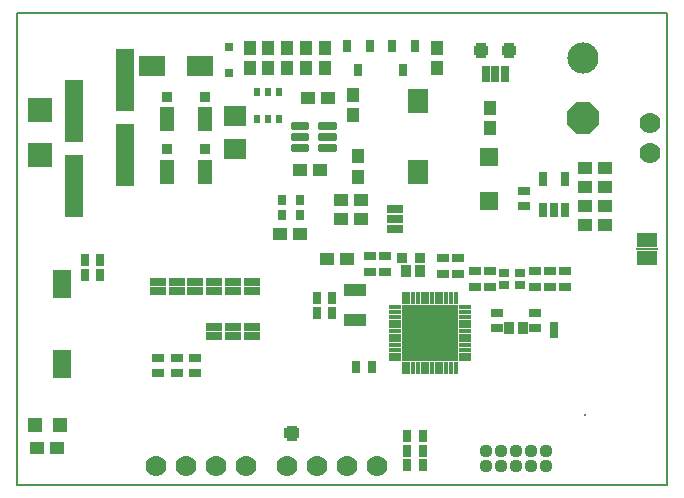
<source format=gts>
G75*
%MOIN*%
%OFA0B0*%
%FSLAX25Y25*%
%IPPOS*%
%LPD*%
%AMOC8*
5,1,8,0,0,1.08239X$1,22.5*
%
%ADD10C,0.00600*%
%ADD11C,0.00980*%
%ADD12R,0.04337X0.04731*%
%ADD13R,0.02762X0.03550*%
%ADD14R,0.04731X0.04337*%
%ADD15R,0.07093X0.08274*%
%ADD16C,0.00039*%
%ADD17R,0.05124X0.05124*%
%ADD18C,0.10400*%
%ADD19OC8,0.10400*%
%ADD20R,0.02565X0.05124*%
%ADD21R,0.02900X0.04400*%
%ADD22R,0.02400X0.03156*%
%ADD23R,0.03943X0.03156*%
%ADD24R,0.02900X0.05400*%
%ADD25R,0.03353X0.03156*%
%ADD26R,0.07487X0.04337*%
%ADD27R,0.03746X0.03943*%
%ADD28C,0.04400*%
%ADD29R,0.03156X0.03943*%
%ADD30C,0.07000*%
%ADD31R,0.03550X0.03550*%
%ADD32R,0.06700X0.05000*%
%ADD33R,0.07200X0.00600*%
%ADD34R,0.06306X0.09455*%
%ADD35R,0.03865X0.01306*%
%ADD36R,0.18510X0.18510*%
%ADD37R,0.01306X0.03865*%
%ADD38R,0.05912X0.05912*%
%ADD39R,0.05400X0.02900*%
%ADD40R,0.02762X0.02762*%
%ADD41R,0.06227X0.20715*%
%ADD42R,0.04731X0.08274*%
%ADD43R,0.09140X0.06581*%
%ADD44R,0.07487X0.06699*%
%ADD45R,0.08274X0.08274*%
%ADD46R,0.00500X0.00500*%
D10*
X0028250Y0020400D02*
X0244785Y0020400D01*
X0244785Y0177880D01*
X0028250Y0177880D01*
X0028250Y0020400D01*
D11*
X0119889Y0133781D02*
X0125017Y0133781D01*
X0125017Y0132039D01*
X0119889Y0132039D01*
X0119889Y0133781D01*
X0119889Y0132970D02*
X0125017Y0132970D01*
X0125017Y0137521D02*
X0119889Y0137521D01*
X0125017Y0137521D02*
X0125017Y0135779D01*
X0119889Y0135779D01*
X0119889Y0137521D01*
X0119889Y0136710D02*
X0125017Y0136710D01*
X0125017Y0141261D02*
X0119889Y0141261D01*
X0125017Y0141261D02*
X0125017Y0139519D01*
X0119889Y0139519D01*
X0119889Y0141261D01*
X0119889Y0140450D02*
X0125017Y0140450D01*
X0128983Y0141261D02*
X0134111Y0141261D01*
X0134111Y0139519D01*
X0128983Y0139519D01*
X0128983Y0141261D01*
X0128983Y0140450D02*
X0134111Y0140450D01*
X0134111Y0137521D02*
X0128983Y0137521D01*
X0134111Y0137521D02*
X0134111Y0135779D01*
X0128983Y0135779D01*
X0128983Y0137521D01*
X0128983Y0136710D02*
X0134111Y0136710D01*
X0134111Y0133781D02*
X0128983Y0133781D01*
X0134111Y0133781D02*
X0134111Y0132039D01*
X0128983Y0132039D01*
X0128983Y0133781D01*
X0128983Y0132970D02*
X0134111Y0132970D01*
D12*
X0142000Y0129996D03*
X0142000Y0123304D03*
X0140125Y0143929D03*
X0140125Y0150621D03*
X0130750Y0159554D03*
X0124500Y0159554D03*
X0118250Y0159554D03*
X0112000Y0159554D03*
X0105750Y0159554D03*
X0105750Y0166246D03*
X0112000Y0166246D03*
X0118250Y0166246D03*
X0124500Y0166246D03*
X0130750Y0166246D03*
X0168250Y0166246D03*
X0168250Y0159554D03*
X0185800Y0146121D03*
X0185800Y0139429D03*
D13*
X0122453Y0115400D03*
X0122453Y0110400D03*
X0116547Y0110400D03*
X0116547Y0115400D03*
D14*
X0115841Y0104187D03*
X0122534Y0104187D03*
X0131641Y0095762D03*
X0138334Y0095762D03*
X0136154Y0109150D03*
X0136154Y0115400D03*
X0142846Y0115400D03*
X0142846Y0109150D03*
X0129096Y0125400D03*
X0122404Y0125400D03*
X0125029Y0149513D03*
X0131721Y0149513D03*
X0217504Y0126012D03*
X0224196Y0126012D03*
X0224196Y0119762D03*
X0217504Y0119762D03*
X0217504Y0113512D03*
X0224196Y0113512D03*
X0224196Y0107262D03*
X0217504Y0107262D03*
X0041596Y0032900D03*
X0034904Y0032900D03*
D15*
X0162000Y0124839D03*
X0162000Y0148461D03*
D16*
X0181206Y0163229D02*
X0182505Y0163229D01*
X0182505Y0165355D01*
X0180379Y0165355D01*
X0180379Y0164056D01*
X0181206Y0164056D01*
X0181206Y0163229D01*
X0181206Y0163251D02*
X0182505Y0163251D01*
X0182505Y0163289D02*
X0181206Y0163289D01*
X0181206Y0163327D02*
X0182505Y0163327D01*
X0182505Y0163364D02*
X0181206Y0163364D01*
X0181206Y0163402D02*
X0182505Y0163402D01*
X0182505Y0163440D02*
X0181206Y0163440D01*
X0181206Y0163478D02*
X0182505Y0163478D01*
X0182505Y0163516D02*
X0181206Y0163516D01*
X0181206Y0163554D02*
X0182505Y0163554D01*
X0182505Y0163592D02*
X0181206Y0163592D01*
X0181206Y0163630D02*
X0182505Y0163630D01*
X0182505Y0163667D02*
X0181206Y0163667D01*
X0181206Y0163705D02*
X0182505Y0163705D01*
X0182505Y0163743D02*
X0181206Y0163743D01*
X0181206Y0163781D02*
X0182505Y0163781D01*
X0182505Y0163819D02*
X0181206Y0163819D01*
X0181206Y0163857D02*
X0182505Y0163857D01*
X0182505Y0163895D02*
X0181206Y0163895D01*
X0181206Y0163933D02*
X0182505Y0163933D01*
X0182505Y0163970D02*
X0181206Y0163970D01*
X0181206Y0164008D02*
X0182505Y0164008D01*
X0182505Y0164046D02*
X0181206Y0164046D01*
X0180379Y0164084D02*
X0182505Y0164084D01*
X0182505Y0164122D02*
X0180379Y0164122D01*
X0180379Y0164160D02*
X0182505Y0164160D01*
X0182505Y0164198D02*
X0180379Y0164198D01*
X0180379Y0164236D02*
X0182505Y0164236D01*
X0182505Y0164274D02*
X0180379Y0164274D01*
X0180379Y0164311D02*
X0182505Y0164311D01*
X0182505Y0164349D02*
X0180379Y0164349D01*
X0180379Y0164387D02*
X0182505Y0164387D01*
X0182505Y0164425D02*
X0180379Y0164425D01*
X0180379Y0164463D02*
X0182505Y0164463D01*
X0182505Y0164501D02*
X0180379Y0164501D01*
X0180379Y0164539D02*
X0182505Y0164539D01*
X0182505Y0164577D02*
X0180379Y0164577D01*
X0180379Y0164614D02*
X0182505Y0164614D01*
X0182505Y0164652D02*
X0180379Y0164652D01*
X0180379Y0164690D02*
X0182505Y0164690D01*
X0182505Y0164728D02*
X0180379Y0164728D01*
X0180379Y0164766D02*
X0182505Y0164766D01*
X0182505Y0164804D02*
X0180379Y0164804D01*
X0180379Y0164842D02*
X0182505Y0164842D01*
X0182505Y0164880D02*
X0180379Y0164880D01*
X0180379Y0164918D02*
X0182505Y0164918D01*
X0182505Y0164955D02*
X0180379Y0164955D01*
X0180379Y0164993D02*
X0182505Y0164993D01*
X0182505Y0165031D02*
X0180379Y0165031D01*
X0180379Y0165069D02*
X0182505Y0165069D01*
X0182505Y0165107D02*
X0180379Y0165107D01*
X0180379Y0165145D02*
X0182505Y0165145D01*
X0182505Y0165183D02*
X0180379Y0165183D01*
X0180379Y0165221D02*
X0182505Y0165221D01*
X0182505Y0165258D02*
X0180379Y0165258D01*
X0180379Y0165296D02*
X0182505Y0165296D01*
X0182505Y0165334D02*
X0180379Y0165334D01*
X0180379Y0165670D02*
X0180379Y0166969D01*
X0181206Y0166969D01*
X0181206Y0167796D01*
X0182505Y0167796D01*
X0182505Y0165670D01*
X0180379Y0165670D01*
X0180379Y0165675D02*
X0182505Y0165675D01*
X0182505Y0165713D02*
X0180379Y0165713D01*
X0180379Y0165751D02*
X0182505Y0165751D01*
X0182505Y0165789D02*
X0180379Y0165789D01*
X0180379Y0165827D02*
X0182505Y0165827D01*
X0182505Y0165865D02*
X0180379Y0165865D01*
X0180379Y0165902D02*
X0182505Y0165902D01*
X0182505Y0165940D02*
X0180379Y0165940D01*
X0180379Y0165978D02*
X0182505Y0165978D01*
X0182505Y0166016D02*
X0180379Y0166016D01*
X0180379Y0166054D02*
X0182505Y0166054D01*
X0182505Y0166092D02*
X0180379Y0166092D01*
X0180379Y0166130D02*
X0182505Y0166130D01*
X0182505Y0166168D02*
X0180379Y0166168D01*
X0180379Y0166205D02*
X0182505Y0166205D01*
X0182505Y0166243D02*
X0180379Y0166243D01*
X0180379Y0166281D02*
X0182505Y0166281D01*
X0182505Y0166319D02*
X0180379Y0166319D01*
X0180379Y0166357D02*
X0182505Y0166357D01*
X0182505Y0166395D02*
X0180379Y0166395D01*
X0180379Y0166433D02*
X0182505Y0166433D01*
X0182505Y0166471D02*
X0180379Y0166471D01*
X0180379Y0166509D02*
X0182505Y0166509D01*
X0182505Y0166546D02*
X0180379Y0166546D01*
X0180379Y0166584D02*
X0182505Y0166584D01*
X0182505Y0166622D02*
X0180379Y0166622D01*
X0180379Y0166660D02*
X0182505Y0166660D01*
X0182505Y0166698D02*
X0180379Y0166698D01*
X0180379Y0166736D02*
X0182505Y0166736D01*
X0182505Y0166774D02*
X0180379Y0166774D01*
X0180379Y0166812D02*
X0182505Y0166812D01*
X0182505Y0166849D02*
X0180379Y0166849D01*
X0180379Y0166887D02*
X0182505Y0166887D01*
X0182505Y0166925D02*
X0180379Y0166925D01*
X0180379Y0166963D02*
X0182505Y0166963D01*
X0182505Y0167001D02*
X0181206Y0167001D01*
X0181206Y0167039D02*
X0182505Y0167039D01*
X0182505Y0167077D02*
X0181206Y0167077D01*
X0181206Y0167115D02*
X0182505Y0167115D01*
X0182505Y0167153D02*
X0181206Y0167153D01*
X0181206Y0167190D02*
X0182505Y0167190D01*
X0182505Y0167228D02*
X0181206Y0167228D01*
X0181206Y0167266D02*
X0182505Y0167266D01*
X0182505Y0167304D02*
X0181206Y0167304D01*
X0181206Y0167342D02*
X0182505Y0167342D01*
X0182505Y0167380D02*
X0181206Y0167380D01*
X0181206Y0167418D02*
X0182505Y0167418D01*
X0182505Y0167456D02*
X0181206Y0167456D01*
X0181206Y0167493D02*
X0182505Y0167493D01*
X0182505Y0167531D02*
X0181206Y0167531D01*
X0181206Y0167569D02*
X0182505Y0167569D01*
X0182505Y0167607D02*
X0181206Y0167607D01*
X0181206Y0167645D02*
X0182505Y0167645D01*
X0182505Y0167683D02*
X0181206Y0167683D01*
X0181206Y0167721D02*
X0182505Y0167721D01*
X0182505Y0167759D02*
X0181206Y0167759D01*
X0182820Y0167759D02*
X0184119Y0167759D01*
X0184119Y0167796D02*
X0182820Y0167796D01*
X0182820Y0165670D01*
X0184946Y0165670D01*
X0184946Y0166969D01*
X0184119Y0166969D01*
X0184119Y0167796D01*
X0184119Y0167721D02*
X0182820Y0167721D01*
X0182820Y0167683D02*
X0184119Y0167683D01*
X0184119Y0167645D02*
X0182820Y0167645D01*
X0182820Y0167607D02*
X0184119Y0167607D01*
X0184119Y0167569D02*
X0182820Y0167569D01*
X0182820Y0167531D02*
X0184119Y0167531D01*
X0184119Y0167493D02*
X0182820Y0167493D01*
X0182820Y0167456D02*
X0184119Y0167456D01*
X0184119Y0167418D02*
X0182820Y0167418D01*
X0182820Y0167380D02*
X0184119Y0167380D01*
X0184119Y0167342D02*
X0182820Y0167342D01*
X0182820Y0167304D02*
X0184119Y0167304D01*
X0184119Y0167266D02*
X0182820Y0167266D01*
X0182820Y0167228D02*
X0184119Y0167228D01*
X0184119Y0167190D02*
X0182820Y0167190D01*
X0182820Y0167153D02*
X0184119Y0167153D01*
X0184119Y0167115D02*
X0182820Y0167115D01*
X0182820Y0167077D02*
X0184119Y0167077D01*
X0184119Y0167039D02*
X0182820Y0167039D01*
X0182820Y0167001D02*
X0184119Y0167001D01*
X0184946Y0166963D02*
X0182820Y0166963D01*
X0182820Y0166925D02*
X0184946Y0166925D01*
X0184946Y0166887D02*
X0182820Y0166887D01*
X0182820Y0166849D02*
X0184946Y0166849D01*
X0184946Y0166812D02*
X0182820Y0166812D01*
X0182820Y0166774D02*
X0184946Y0166774D01*
X0184946Y0166736D02*
X0182820Y0166736D01*
X0182820Y0166698D02*
X0184946Y0166698D01*
X0184946Y0166660D02*
X0182820Y0166660D01*
X0182820Y0166622D02*
X0184946Y0166622D01*
X0184946Y0166584D02*
X0182820Y0166584D01*
X0182820Y0166546D02*
X0184946Y0166546D01*
X0184946Y0166509D02*
X0182820Y0166509D01*
X0182820Y0166471D02*
X0184946Y0166471D01*
X0184946Y0166433D02*
X0182820Y0166433D01*
X0182820Y0166395D02*
X0184946Y0166395D01*
X0184946Y0166357D02*
X0182820Y0166357D01*
X0182820Y0166319D02*
X0184946Y0166319D01*
X0184946Y0166281D02*
X0182820Y0166281D01*
X0182820Y0166243D02*
X0184946Y0166243D01*
X0184946Y0166205D02*
X0182820Y0166205D01*
X0182820Y0166168D02*
X0184946Y0166168D01*
X0184946Y0166130D02*
X0182820Y0166130D01*
X0182820Y0166092D02*
X0184946Y0166092D01*
X0184946Y0166054D02*
X0182820Y0166054D01*
X0182820Y0166016D02*
X0184946Y0166016D01*
X0184946Y0165978D02*
X0182820Y0165978D01*
X0182820Y0165940D02*
X0184946Y0165940D01*
X0184946Y0165902D02*
X0182820Y0165902D01*
X0182820Y0165865D02*
X0184946Y0165865D01*
X0184946Y0165827D02*
X0182820Y0165827D01*
X0182820Y0165789D02*
X0184946Y0165789D01*
X0184946Y0165751D02*
X0182820Y0165751D01*
X0182820Y0165713D02*
X0184946Y0165713D01*
X0184946Y0165675D02*
X0182820Y0165675D01*
X0182820Y0165355D02*
X0182820Y0163229D01*
X0184119Y0163229D01*
X0184119Y0164056D01*
X0184946Y0164056D01*
X0184946Y0165355D01*
X0182820Y0165355D01*
X0182820Y0165334D02*
X0184946Y0165334D01*
X0184946Y0165296D02*
X0182820Y0165296D01*
X0182820Y0165258D02*
X0184946Y0165258D01*
X0184946Y0165221D02*
X0182820Y0165221D01*
X0182820Y0165183D02*
X0184946Y0165183D01*
X0184946Y0165145D02*
X0182820Y0165145D01*
X0182820Y0165107D02*
X0184946Y0165107D01*
X0184946Y0165069D02*
X0182820Y0165069D01*
X0182820Y0165031D02*
X0184946Y0165031D01*
X0184946Y0164993D02*
X0182820Y0164993D01*
X0182820Y0164955D02*
X0184946Y0164955D01*
X0184946Y0164918D02*
X0182820Y0164918D01*
X0182820Y0164880D02*
X0184946Y0164880D01*
X0184946Y0164842D02*
X0182820Y0164842D01*
X0182820Y0164804D02*
X0184946Y0164804D01*
X0184946Y0164766D02*
X0182820Y0164766D01*
X0182820Y0164728D02*
X0184946Y0164728D01*
X0184946Y0164690D02*
X0182820Y0164690D01*
X0182820Y0164652D02*
X0184946Y0164652D01*
X0184946Y0164614D02*
X0182820Y0164614D01*
X0182820Y0164577D02*
X0184946Y0164577D01*
X0184946Y0164539D02*
X0182820Y0164539D01*
X0182820Y0164501D02*
X0184946Y0164501D01*
X0184946Y0164463D02*
X0182820Y0164463D01*
X0182820Y0164425D02*
X0184946Y0164425D01*
X0184946Y0164387D02*
X0182820Y0164387D01*
X0182820Y0164349D02*
X0184946Y0164349D01*
X0184946Y0164311D02*
X0182820Y0164311D01*
X0182820Y0164274D02*
X0184946Y0164274D01*
X0184946Y0164236D02*
X0182820Y0164236D01*
X0182820Y0164198D02*
X0184946Y0164198D01*
X0184946Y0164160D02*
X0182820Y0164160D01*
X0182820Y0164122D02*
X0184946Y0164122D01*
X0184946Y0164084D02*
X0182820Y0164084D01*
X0182820Y0164046D02*
X0184119Y0164046D01*
X0184119Y0164008D02*
X0182820Y0164008D01*
X0182820Y0163970D02*
X0184119Y0163970D01*
X0184119Y0163933D02*
X0182820Y0163933D01*
X0182820Y0163895D02*
X0184119Y0163895D01*
X0184119Y0163857D02*
X0182820Y0163857D01*
X0182820Y0163819D02*
X0184119Y0163819D01*
X0184119Y0163781D02*
X0182820Y0163781D01*
X0182820Y0163743D02*
X0184119Y0163743D01*
X0184119Y0163705D02*
X0182820Y0163705D01*
X0182820Y0163667D02*
X0184119Y0163667D01*
X0184119Y0163630D02*
X0182820Y0163630D01*
X0182820Y0163592D02*
X0184119Y0163592D01*
X0184119Y0163554D02*
X0182820Y0163554D01*
X0182820Y0163516D02*
X0184119Y0163516D01*
X0184119Y0163478D02*
X0182820Y0163478D01*
X0182820Y0163440D02*
X0184119Y0163440D01*
X0184119Y0163402D02*
X0182820Y0163402D01*
X0182820Y0163364D02*
X0184119Y0163364D01*
X0184119Y0163327D02*
X0182820Y0163327D01*
X0182820Y0163289D02*
X0184119Y0163289D01*
X0184119Y0163251D02*
X0182820Y0163251D01*
X0189767Y0164056D02*
X0190593Y0164056D01*
X0190593Y0163229D01*
X0191893Y0163229D01*
X0191893Y0165355D01*
X0189767Y0165355D01*
X0189767Y0164056D01*
X0189767Y0164084D02*
X0191893Y0164084D01*
X0191893Y0164046D02*
X0190593Y0164046D01*
X0190593Y0164008D02*
X0191893Y0164008D01*
X0191893Y0163970D02*
X0190593Y0163970D01*
X0190593Y0163933D02*
X0191893Y0163933D01*
X0191893Y0163895D02*
X0190593Y0163895D01*
X0190593Y0163857D02*
X0191893Y0163857D01*
X0191893Y0163819D02*
X0190593Y0163819D01*
X0190593Y0163781D02*
X0191893Y0163781D01*
X0191893Y0163743D02*
X0190593Y0163743D01*
X0190593Y0163705D02*
X0191893Y0163705D01*
X0191893Y0163667D02*
X0190593Y0163667D01*
X0190593Y0163630D02*
X0191893Y0163630D01*
X0191893Y0163592D02*
X0190593Y0163592D01*
X0190593Y0163554D02*
X0191893Y0163554D01*
X0191893Y0163516D02*
X0190593Y0163516D01*
X0190593Y0163478D02*
X0191893Y0163478D01*
X0191893Y0163440D02*
X0190593Y0163440D01*
X0190593Y0163402D02*
X0191893Y0163402D01*
X0191893Y0163364D02*
X0190593Y0163364D01*
X0190593Y0163327D02*
X0191893Y0163327D01*
X0191893Y0163289D02*
X0190593Y0163289D01*
X0190593Y0163251D02*
X0191893Y0163251D01*
X0192207Y0163251D02*
X0193507Y0163251D01*
X0193507Y0163229D02*
X0192207Y0163229D01*
X0192207Y0165355D01*
X0194333Y0165355D01*
X0194333Y0164056D01*
X0193507Y0164056D01*
X0193507Y0163229D01*
X0193507Y0163289D02*
X0192207Y0163289D01*
X0192207Y0163327D02*
X0193507Y0163327D01*
X0193507Y0163364D02*
X0192207Y0163364D01*
X0192207Y0163402D02*
X0193507Y0163402D01*
X0193507Y0163440D02*
X0192207Y0163440D01*
X0192207Y0163478D02*
X0193507Y0163478D01*
X0193507Y0163516D02*
X0192207Y0163516D01*
X0192207Y0163554D02*
X0193507Y0163554D01*
X0193507Y0163592D02*
X0192207Y0163592D01*
X0192207Y0163630D02*
X0193507Y0163630D01*
X0193507Y0163667D02*
X0192207Y0163667D01*
X0192207Y0163705D02*
X0193507Y0163705D01*
X0193507Y0163743D02*
X0192207Y0163743D01*
X0192207Y0163781D02*
X0193507Y0163781D01*
X0193507Y0163819D02*
X0192207Y0163819D01*
X0192207Y0163857D02*
X0193507Y0163857D01*
X0193507Y0163895D02*
X0192207Y0163895D01*
X0192207Y0163933D02*
X0193507Y0163933D01*
X0193507Y0163970D02*
X0192207Y0163970D01*
X0192207Y0164008D02*
X0193507Y0164008D01*
X0193507Y0164046D02*
X0192207Y0164046D01*
X0192207Y0164084D02*
X0194333Y0164084D01*
X0194333Y0164122D02*
X0192207Y0164122D01*
X0192207Y0164160D02*
X0194333Y0164160D01*
X0194333Y0164198D02*
X0192207Y0164198D01*
X0192207Y0164236D02*
X0194333Y0164236D01*
X0194333Y0164274D02*
X0192207Y0164274D01*
X0192207Y0164311D02*
X0194333Y0164311D01*
X0194333Y0164349D02*
X0192207Y0164349D01*
X0192207Y0164387D02*
X0194333Y0164387D01*
X0194333Y0164425D02*
X0192207Y0164425D01*
X0192207Y0164463D02*
X0194333Y0164463D01*
X0194333Y0164501D02*
X0192207Y0164501D01*
X0192207Y0164539D02*
X0194333Y0164539D01*
X0194333Y0164577D02*
X0192207Y0164577D01*
X0192207Y0164614D02*
X0194333Y0164614D01*
X0194333Y0164652D02*
X0192207Y0164652D01*
X0192207Y0164690D02*
X0194333Y0164690D01*
X0194333Y0164728D02*
X0192207Y0164728D01*
X0192207Y0164766D02*
X0194333Y0164766D01*
X0194333Y0164804D02*
X0192207Y0164804D01*
X0192207Y0164842D02*
X0194333Y0164842D01*
X0194333Y0164880D02*
X0192207Y0164880D01*
X0192207Y0164918D02*
X0194333Y0164918D01*
X0194333Y0164955D02*
X0192207Y0164955D01*
X0192207Y0164993D02*
X0194333Y0164993D01*
X0194333Y0165031D02*
X0192207Y0165031D01*
X0192207Y0165069D02*
X0194333Y0165069D01*
X0194333Y0165107D02*
X0192207Y0165107D01*
X0192207Y0165145D02*
X0194333Y0165145D01*
X0194333Y0165183D02*
X0192207Y0165183D01*
X0192207Y0165221D02*
X0194333Y0165221D01*
X0194333Y0165258D02*
X0192207Y0165258D01*
X0192207Y0165296D02*
X0194333Y0165296D01*
X0194333Y0165334D02*
X0192207Y0165334D01*
X0191893Y0165334D02*
X0189767Y0165334D01*
X0189767Y0165296D02*
X0191893Y0165296D01*
X0191893Y0165258D02*
X0189767Y0165258D01*
X0189767Y0165221D02*
X0191893Y0165221D01*
X0191893Y0165183D02*
X0189767Y0165183D01*
X0189767Y0165145D02*
X0191893Y0165145D01*
X0191893Y0165107D02*
X0189767Y0165107D01*
X0189767Y0165069D02*
X0191893Y0165069D01*
X0191893Y0165031D02*
X0189767Y0165031D01*
X0189767Y0164993D02*
X0191893Y0164993D01*
X0191893Y0164955D02*
X0189767Y0164955D01*
X0189767Y0164918D02*
X0191893Y0164918D01*
X0191893Y0164880D02*
X0189767Y0164880D01*
X0189767Y0164842D02*
X0191893Y0164842D01*
X0191893Y0164804D02*
X0189767Y0164804D01*
X0189767Y0164766D02*
X0191893Y0164766D01*
X0191893Y0164728D02*
X0189767Y0164728D01*
X0189767Y0164690D02*
X0191893Y0164690D01*
X0191893Y0164652D02*
X0189767Y0164652D01*
X0189767Y0164614D02*
X0191893Y0164614D01*
X0191893Y0164577D02*
X0189767Y0164577D01*
X0189767Y0164539D02*
X0191893Y0164539D01*
X0191893Y0164501D02*
X0189767Y0164501D01*
X0189767Y0164463D02*
X0191893Y0164463D01*
X0191893Y0164425D02*
X0189767Y0164425D01*
X0189767Y0164387D02*
X0191893Y0164387D01*
X0191893Y0164349D02*
X0189767Y0164349D01*
X0189767Y0164311D02*
X0191893Y0164311D01*
X0191893Y0164274D02*
X0189767Y0164274D01*
X0189767Y0164236D02*
X0191893Y0164236D01*
X0191893Y0164198D02*
X0189767Y0164198D01*
X0189767Y0164160D02*
X0191893Y0164160D01*
X0191893Y0164122D02*
X0189767Y0164122D01*
X0189767Y0165670D02*
X0189767Y0166969D01*
X0190593Y0166969D01*
X0190593Y0167796D01*
X0191893Y0167796D01*
X0191893Y0165670D01*
X0189767Y0165670D01*
X0189767Y0165675D02*
X0191893Y0165675D01*
X0191893Y0165713D02*
X0189767Y0165713D01*
X0189767Y0165751D02*
X0191893Y0165751D01*
X0191893Y0165789D02*
X0189767Y0165789D01*
X0189767Y0165827D02*
X0191893Y0165827D01*
X0191893Y0165865D02*
X0189767Y0165865D01*
X0189767Y0165902D02*
X0191893Y0165902D01*
X0191893Y0165940D02*
X0189767Y0165940D01*
X0189767Y0165978D02*
X0191893Y0165978D01*
X0191893Y0166016D02*
X0189767Y0166016D01*
X0189767Y0166054D02*
X0191893Y0166054D01*
X0191893Y0166092D02*
X0189767Y0166092D01*
X0189767Y0166130D02*
X0191893Y0166130D01*
X0191893Y0166168D02*
X0189767Y0166168D01*
X0189767Y0166205D02*
X0191893Y0166205D01*
X0191893Y0166243D02*
X0189767Y0166243D01*
X0189767Y0166281D02*
X0191893Y0166281D01*
X0191893Y0166319D02*
X0189767Y0166319D01*
X0189767Y0166357D02*
X0191893Y0166357D01*
X0191893Y0166395D02*
X0189767Y0166395D01*
X0189767Y0166433D02*
X0191893Y0166433D01*
X0191893Y0166471D02*
X0189767Y0166471D01*
X0189767Y0166509D02*
X0191893Y0166509D01*
X0191893Y0166546D02*
X0189767Y0166546D01*
X0189767Y0166584D02*
X0191893Y0166584D01*
X0191893Y0166622D02*
X0189767Y0166622D01*
X0189767Y0166660D02*
X0191893Y0166660D01*
X0191893Y0166698D02*
X0189767Y0166698D01*
X0189767Y0166736D02*
X0191893Y0166736D01*
X0191893Y0166774D02*
X0189767Y0166774D01*
X0189767Y0166812D02*
X0191893Y0166812D01*
X0191893Y0166849D02*
X0189767Y0166849D01*
X0189767Y0166887D02*
X0191893Y0166887D01*
X0191893Y0166925D02*
X0189767Y0166925D01*
X0189767Y0166963D02*
X0191893Y0166963D01*
X0191893Y0167001D02*
X0190593Y0167001D01*
X0190593Y0167039D02*
X0191893Y0167039D01*
X0191893Y0167077D02*
X0190593Y0167077D01*
X0190593Y0167115D02*
X0191893Y0167115D01*
X0191893Y0167153D02*
X0190593Y0167153D01*
X0190593Y0167190D02*
X0191893Y0167190D01*
X0191893Y0167228D02*
X0190593Y0167228D01*
X0190593Y0167266D02*
X0191893Y0167266D01*
X0191893Y0167304D02*
X0190593Y0167304D01*
X0190593Y0167342D02*
X0191893Y0167342D01*
X0191893Y0167380D02*
X0190593Y0167380D01*
X0190593Y0167418D02*
X0191893Y0167418D01*
X0191893Y0167456D02*
X0190593Y0167456D01*
X0190593Y0167493D02*
X0191893Y0167493D01*
X0191893Y0167531D02*
X0190593Y0167531D01*
X0190593Y0167569D02*
X0191893Y0167569D01*
X0191893Y0167607D02*
X0190593Y0167607D01*
X0190593Y0167645D02*
X0191893Y0167645D01*
X0191893Y0167683D02*
X0190593Y0167683D01*
X0190593Y0167721D02*
X0191893Y0167721D01*
X0191893Y0167759D02*
X0190593Y0167759D01*
X0192207Y0167759D02*
X0193507Y0167759D01*
X0193507Y0167796D02*
X0192207Y0167796D01*
X0192207Y0165670D01*
X0194333Y0165670D01*
X0194333Y0166969D01*
X0193507Y0166969D01*
X0193507Y0167796D01*
X0193507Y0167721D02*
X0192207Y0167721D01*
X0192207Y0167683D02*
X0193507Y0167683D01*
X0193507Y0167645D02*
X0192207Y0167645D01*
X0192207Y0167607D02*
X0193507Y0167607D01*
X0193507Y0167569D02*
X0192207Y0167569D01*
X0192207Y0167531D02*
X0193507Y0167531D01*
X0193507Y0167493D02*
X0192207Y0167493D01*
X0192207Y0167456D02*
X0193507Y0167456D01*
X0193507Y0167418D02*
X0192207Y0167418D01*
X0192207Y0167380D02*
X0193507Y0167380D01*
X0193507Y0167342D02*
X0192207Y0167342D01*
X0192207Y0167304D02*
X0193507Y0167304D01*
X0193507Y0167266D02*
X0192207Y0167266D01*
X0192207Y0167228D02*
X0193507Y0167228D01*
X0193507Y0167190D02*
X0192207Y0167190D01*
X0192207Y0167153D02*
X0193507Y0167153D01*
X0193507Y0167115D02*
X0192207Y0167115D01*
X0192207Y0167077D02*
X0193507Y0167077D01*
X0193507Y0167039D02*
X0192207Y0167039D01*
X0192207Y0167001D02*
X0193507Y0167001D01*
X0194333Y0166963D02*
X0192207Y0166963D01*
X0192207Y0166925D02*
X0194333Y0166925D01*
X0194333Y0166887D02*
X0192207Y0166887D01*
X0192207Y0166849D02*
X0194333Y0166849D01*
X0194333Y0166812D02*
X0192207Y0166812D01*
X0192207Y0166774D02*
X0194333Y0166774D01*
X0194333Y0166736D02*
X0192207Y0166736D01*
X0192207Y0166698D02*
X0194333Y0166698D01*
X0194333Y0166660D02*
X0192207Y0166660D01*
X0192207Y0166622D02*
X0194333Y0166622D01*
X0194333Y0166584D02*
X0192207Y0166584D01*
X0192207Y0166546D02*
X0194333Y0166546D01*
X0194333Y0166509D02*
X0192207Y0166509D01*
X0192207Y0166471D02*
X0194333Y0166471D01*
X0194333Y0166433D02*
X0192207Y0166433D01*
X0192207Y0166395D02*
X0194333Y0166395D01*
X0194333Y0166357D02*
X0192207Y0166357D01*
X0192207Y0166319D02*
X0194333Y0166319D01*
X0194333Y0166281D02*
X0192207Y0166281D01*
X0192207Y0166243D02*
X0194333Y0166243D01*
X0194333Y0166205D02*
X0192207Y0166205D01*
X0192207Y0166168D02*
X0194333Y0166168D01*
X0194333Y0166130D02*
X0192207Y0166130D01*
X0192207Y0166092D02*
X0194333Y0166092D01*
X0194333Y0166054D02*
X0192207Y0166054D01*
X0192207Y0166016D02*
X0194333Y0166016D01*
X0194333Y0165978D02*
X0192207Y0165978D01*
X0192207Y0165940D02*
X0194333Y0165940D01*
X0194333Y0165902D02*
X0192207Y0165902D01*
X0192207Y0165865D02*
X0194333Y0165865D01*
X0194333Y0165827D02*
X0192207Y0165827D01*
X0192207Y0165789D02*
X0194333Y0165789D01*
X0194333Y0165751D02*
X0192207Y0165751D01*
X0192207Y0165713D02*
X0194333Y0165713D01*
X0194333Y0165675D02*
X0192207Y0165675D01*
X0121059Y0040195D02*
X0119760Y0040195D01*
X0119760Y0038069D01*
X0121886Y0038069D01*
X0121886Y0039369D01*
X0121059Y0039369D01*
X0121059Y0040195D01*
X0121059Y0040174D02*
X0119760Y0040174D01*
X0119760Y0040136D02*
X0121059Y0040136D01*
X0121059Y0040098D02*
X0119760Y0040098D01*
X0119760Y0040060D02*
X0121059Y0040060D01*
X0121059Y0040023D02*
X0119760Y0040023D01*
X0119760Y0039985D02*
X0121059Y0039985D01*
X0121059Y0039947D02*
X0119760Y0039947D01*
X0119760Y0039909D02*
X0121059Y0039909D01*
X0121059Y0039871D02*
X0119760Y0039871D01*
X0119760Y0039833D02*
X0121059Y0039833D01*
X0121059Y0039795D02*
X0119760Y0039795D01*
X0119760Y0039757D02*
X0121059Y0039757D01*
X0121059Y0039720D02*
X0119760Y0039720D01*
X0119760Y0039682D02*
X0121059Y0039682D01*
X0121059Y0039644D02*
X0119760Y0039644D01*
X0119760Y0039606D02*
X0121059Y0039606D01*
X0121059Y0039568D02*
X0119760Y0039568D01*
X0119760Y0039530D02*
X0121059Y0039530D01*
X0121059Y0039492D02*
X0119760Y0039492D01*
X0119760Y0039454D02*
X0121059Y0039454D01*
X0121059Y0039416D02*
X0119760Y0039416D01*
X0119760Y0039379D02*
X0121059Y0039379D01*
X0121886Y0039341D02*
X0119760Y0039341D01*
X0119760Y0039303D02*
X0121886Y0039303D01*
X0121886Y0039265D02*
X0119760Y0039265D01*
X0119760Y0039227D02*
X0121886Y0039227D01*
X0121886Y0039189D02*
X0119760Y0039189D01*
X0119760Y0039151D02*
X0121886Y0039151D01*
X0121886Y0039113D02*
X0119760Y0039113D01*
X0119760Y0039076D02*
X0121886Y0039076D01*
X0121886Y0039038D02*
X0119760Y0039038D01*
X0119760Y0039000D02*
X0121886Y0039000D01*
X0121886Y0038962D02*
X0119760Y0038962D01*
X0119760Y0038924D02*
X0121886Y0038924D01*
X0121886Y0038886D02*
X0119760Y0038886D01*
X0119760Y0038848D02*
X0121886Y0038848D01*
X0121886Y0038810D02*
X0119760Y0038810D01*
X0119760Y0038772D02*
X0121886Y0038772D01*
X0121886Y0038735D02*
X0119760Y0038735D01*
X0119760Y0038697D02*
X0121886Y0038697D01*
X0121886Y0038659D02*
X0119760Y0038659D01*
X0119760Y0038621D02*
X0121886Y0038621D01*
X0121886Y0038583D02*
X0119760Y0038583D01*
X0119760Y0038545D02*
X0121886Y0038545D01*
X0121886Y0038507D02*
X0119760Y0038507D01*
X0119760Y0038469D02*
X0121886Y0038469D01*
X0121886Y0038432D02*
X0119760Y0038432D01*
X0119760Y0038394D02*
X0121886Y0038394D01*
X0121886Y0038356D02*
X0119760Y0038356D01*
X0119760Y0038318D02*
X0121886Y0038318D01*
X0121886Y0038280D02*
X0119760Y0038280D01*
X0119760Y0038242D02*
X0121886Y0038242D01*
X0121886Y0038204D02*
X0119760Y0038204D01*
X0119760Y0038166D02*
X0121886Y0038166D01*
X0121886Y0038128D02*
X0119760Y0038128D01*
X0119760Y0038091D02*
X0121886Y0038091D01*
X0121886Y0037755D02*
X0121886Y0036455D01*
X0121059Y0036455D01*
X0121059Y0035629D01*
X0119760Y0035629D01*
X0119760Y0037755D01*
X0121886Y0037755D01*
X0121886Y0037750D02*
X0119760Y0037750D01*
X0119760Y0037712D02*
X0121886Y0037712D01*
X0121886Y0037674D02*
X0119760Y0037674D01*
X0119760Y0037636D02*
X0121886Y0037636D01*
X0121886Y0037598D02*
X0119760Y0037598D01*
X0119760Y0037560D02*
X0121886Y0037560D01*
X0121886Y0037522D02*
X0119760Y0037522D01*
X0119760Y0037485D02*
X0121886Y0037485D01*
X0121886Y0037447D02*
X0119760Y0037447D01*
X0119760Y0037409D02*
X0121886Y0037409D01*
X0121886Y0037371D02*
X0119760Y0037371D01*
X0119760Y0037333D02*
X0121886Y0037333D01*
X0121886Y0037295D02*
X0119760Y0037295D01*
X0119760Y0037257D02*
X0121886Y0037257D01*
X0121886Y0037219D02*
X0119760Y0037219D01*
X0119760Y0037181D02*
X0121886Y0037181D01*
X0121886Y0037144D02*
X0119760Y0037144D01*
X0119760Y0037106D02*
X0121886Y0037106D01*
X0121886Y0037068D02*
X0119760Y0037068D01*
X0119760Y0037030D02*
X0121886Y0037030D01*
X0121886Y0036992D02*
X0119760Y0036992D01*
X0119760Y0036954D02*
X0121886Y0036954D01*
X0121886Y0036916D02*
X0119760Y0036916D01*
X0119760Y0036878D02*
X0121886Y0036878D01*
X0121886Y0036841D02*
X0119760Y0036841D01*
X0119760Y0036803D02*
X0121886Y0036803D01*
X0121886Y0036765D02*
X0119760Y0036765D01*
X0119760Y0036727D02*
X0121886Y0036727D01*
X0121886Y0036689D02*
X0119760Y0036689D01*
X0119760Y0036651D02*
X0121886Y0036651D01*
X0121886Y0036613D02*
X0119760Y0036613D01*
X0119760Y0036575D02*
X0121886Y0036575D01*
X0121886Y0036537D02*
X0119760Y0036537D01*
X0119760Y0036500D02*
X0121886Y0036500D01*
X0121886Y0036462D02*
X0119760Y0036462D01*
X0119760Y0036424D02*
X0121059Y0036424D01*
X0121059Y0036386D02*
X0119760Y0036386D01*
X0119760Y0036348D02*
X0121059Y0036348D01*
X0121059Y0036310D02*
X0119760Y0036310D01*
X0119760Y0036272D02*
X0121059Y0036272D01*
X0121059Y0036234D02*
X0119760Y0036234D01*
X0119760Y0036197D02*
X0121059Y0036197D01*
X0121059Y0036159D02*
X0119760Y0036159D01*
X0119760Y0036121D02*
X0121059Y0036121D01*
X0121059Y0036083D02*
X0119760Y0036083D01*
X0119760Y0036045D02*
X0121059Y0036045D01*
X0121059Y0036007D02*
X0119760Y0036007D01*
X0119760Y0035969D02*
X0121059Y0035969D01*
X0121059Y0035931D02*
X0119760Y0035931D01*
X0119760Y0035893D02*
X0121059Y0035893D01*
X0121059Y0035856D02*
X0119760Y0035856D01*
X0119760Y0035818D02*
X0121059Y0035818D01*
X0121059Y0035780D02*
X0119760Y0035780D01*
X0119760Y0035742D02*
X0121059Y0035742D01*
X0121059Y0035704D02*
X0119760Y0035704D01*
X0119760Y0035666D02*
X0121059Y0035666D01*
X0119445Y0035666D02*
X0118146Y0035666D01*
X0118146Y0035629D02*
X0119445Y0035629D01*
X0119445Y0037755D01*
X0117319Y0037755D01*
X0117319Y0036455D01*
X0118146Y0036455D01*
X0118146Y0035629D01*
X0118146Y0035704D02*
X0119445Y0035704D01*
X0119445Y0035742D02*
X0118146Y0035742D01*
X0118146Y0035780D02*
X0119445Y0035780D01*
X0119445Y0035818D02*
X0118146Y0035818D01*
X0118146Y0035856D02*
X0119445Y0035856D01*
X0119445Y0035893D02*
X0118146Y0035893D01*
X0118146Y0035931D02*
X0119445Y0035931D01*
X0119445Y0035969D02*
X0118146Y0035969D01*
X0118146Y0036007D02*
X0119445Y0036007D01*
X0119445Y0036045D02*
X0118146Y0036045D01*
X0118146Y0036083D02*
X0119445Y0036083D01*
X0119445Y0036121D02*
X0118146Y0036121D01*
X0118146Y0036159D02*
X0119445Y0036159D01*
X0119445Y0036197D02*
X0118146Y0036197D01*
X0118146Y0036234D02*
X0119445Y0036234D01*
X0119445Y0036272D02*
X0118146Y0036272D01*
X0118146Y0036310D02*
X0119445Y0036310D01*
X0119445Y0036348D02*
X0118146Y0036348D01*
X0118146Y0036386D02*
X0119445Y0036386D01*
X0119445Y0036424D02*
X0118146Y0036424D01*
X0117319Y0036462D02*
X0119445Y0036462D01*
X0119445Y0036500D02*
X0117319Y0036500D01*
X0117319Y0036537D02*
X0119445Y0036537D01*
X0119445Y0036575D02*
X0117319Y0036575D01*
X0117319Y0036613D02*
X0119445Y0036613D01*
X0119445Y0036651D02*
X0117319Y0036651D01*
X0117319Y0036689D02*
X0119445Y0036689D01*
X0119445Y0036727D02*
X0117319Y0036727D01*
X0117319Y0036765D02*
X0119445Y0036765D01*
X0119445Y0036803D02*
X0117319Y0036803D01*
X0117319Y0036841D02*
X0119445Y0036841D01*
X0119445Y0036878D02*
X0117319Y0036878D01*
X0117319Y0036916D02*
X0119445Y0036916D01*
X0119445Y0036954D02*
X0117319Y0036954D01*
X0117319Y0036992D02*
X0119445Y0036992D01*
X0119445Y0037030D02*
X0117319Y0037030D01*
X0117319Y0037068D02*
X0119445Y0037068D01*
X0119445Y0037106D02*
X0117319Y0037106D01*
X0117319Y0037144D02*
X0119445Y0037144D01*
X0119445Y0037181D02*
X0117319Y0037181D01*
X0117319Y0037219D02*
X0119445Y0037219D01*
X0119445Y0037257D02*
X0117319Y0037257D01*
X0117319Y0037295D02*
X0119445Y0037295D01*
X0119445Y0037333D02*
X0117319Y0037333D01*
X0117319Y0037371D02*
X0119445Y0037371D01*
X0119445Y0037409D02*
X0117319Y0037409D01*
X0117319Y0037447D02*
X0119445Y0037447D01*
X0119445Y0037485D02*
X0117319Y0037485D01*
X0117319Y0037522D02*
X0119445Y0037522D01*
X0119445Y0037560D02*
X0117319Y0037560D01*
X0117319Y0037598D02*
X0119445Y0037598D01*
X0119445Y0037636D02*
X0117319Y0037636D01*
X0117319Y0037674D02*
X0119445Y0037674D01*
X0119445Y0037712D02*
X0117319Y0037712D01*
X0117319Y0037750D02*
X0119445Y0037750D01*
X0119445Y0038069D02*
X0119445Y0040195D01*
X0118146Y0040195D01*
X0118146Y0039369D01*
X0117319Y0039369D01*
X0117319Y0038069D01*
X0119445Y0038069D01*
X0119445Y0038091D02*
X0117319Y0038091D01*
X0117319Y0038128D02*
X0119445Y0038128D01*
X0119445Y0038166D02*
X0117319Y0038166D01*
X0117319Y0038204D02*
X0119445Y0038204D01*
X0119445Y0038242D02*
X0117319Y0038242D01*
X0117319Y0038280D02*
X0119445Y0038280D01*
X0119445Y0038318D02*
X0117319Y0038318D01*
X0117319Y0038356D02*
X0119445Y0038356D01*
X0119445Y0038394D02*
X0117319Y0038394D01*
X0117319Y0038432D02*
X0119445Y0038432D01*
X0119445Y0038469D02*
X0117319Y0038469D01*
X0117319Y0038507D02*
X0119445Y0038507D01*
X0119445Y0038545D02*
X0117319Y0038545D01*
X0117319Y0038583D02*
X0119445Y0038583D01*
X0119445Y0038621D02*
X0117319Y0038621D01*
X0117319Y0038659D02*
X0119445Y0038659D01*
X0119445Y0038697D02*
X0117319Y0038697D01*
X0117319Y0038735D02*
X0119445Y0038735D01*
X0119445Y0038772D02*
X0117319Y0038772D01*
X0117319Y0038810D02*
X0119445Y0038810D01*
X0119445Y0038848D02*
X0117319Y0038848D01*
X0117319Y0038886D02*
X0119445Y0038886D01*
X0119445Y0038924D02*
X0117319Y0038924D01*
X0117319Y0038962D02*
X0119445Y0038962D01*
X0119445Y0039000D02*
X0117319Y0039000D01*
X0117319Y0039038D02*
X0119445Y0039038D01*
X0119445Y0039076D02*
X0117319Y0039076D01*
X0117319Y0039113D02*
X0119445Y0039113D01*
X0119445Y0039151D02*
X0117319Y0039151D01*
X0117319Y0039189D02*
X0119445Y0039189D01*
X0119445Y0039227D02*
X0117319Y0039227D01*
X0117319Y0039265D02*
X0119445Y0039265D01*
X0119445Y0039303D02*
X0117319Y0039303D01*
X0117319Y0039341D02*
X0119445Y0039341D01*
X0119445Y0039379D02*
X0118146Y0039379D01*
X0118146Y0039416D02*
X0119445Y0039416D01*
X0119445Y0039454D02*
X0118146Y0039454D01*
X0118146Y0039492D02*
X0119445Y0039492D01*
X0119445Y0039530D02*
X0118146Y0039530D01*
X0118146Y0039568D02*
X0119445Y0039568D01*
X0119445Y0039606D02*
X0118146Y0039606D01*
X0118146Y0039644D02*
X0119445Y0039644D01*
X0119445Y0039682D02*
X0118146Y0039682D01*
X0118146Y0039720D02*
X0119445Y0039720D01*
X0119445Y0039757D02*
X0118146Y0039757D01*
X0118146Y0039795D02*
X0119445Y0039795D01*
X0119445Y0039833D02*
X0118146Y0039833D01*
X0118146Y0039871D02*
X0119445Y0039871D01*
X0119445Y0039909D02*
X0118146Y0039909D01*
X0118146Y0039947D02*
X0119445Y0039947D01*
X0119445Y0039985D02*
X0118146Y0039985D01*
X0118146Y0040023D02*
X0119445Y0040023D01*
X0119445Y0040060D02*
X0118146Y0040060D01*
X0118146Y0040098D02*
X0119445Y0040098D01*
X0119445Y0040136D02*
X0118146Y0040136D01*
X0118146Y0040174D02*
X0119445Y0040174D01*
D17*
X0042384Y0040400D03*
X0034116Y0040400D03*
D18*
X0217000Y0162900D03*
D19*
X0217000Y0142900D03*
D20*
X0210840Y0122381D03*
X0203360Y0122381D03*
X0203360Y0112144D03*
X0207100Y0112144D03*
X0210840Y0112144D03*
D21*
X0157000Y0158963D03*
X0153260Y0166837D03*
X0145740Y0166837D03*
X0138260Y0166837D03*
X0142000Y0158963D03*
X0160740Y0166837D03*
D22*
X0115578Y0151639D03*
X0111837Y0151639D03*
X0108097Y0151639D03*
X0108097Y0142486D03*
X0111837Y0142486D03*
X0115578Y0142486D03*
D23*
X0145750Y0096709D03*
X0150750Y0096709D03*
X0150750Y0091591D03*
X0145750Y0091591D03*
X0170125Y0090966D03*
X0175125Y0090966D03*
X0180750Y0091709D03*
X0185750Y0091709D03*
X0185750Y0086591D03*
X0180750Y0086591D03*
X0188250Y0077959D03*
X0188250Y0072841D03*
X0200750Y0072841D03*
X0200750Y0077959D03*
X0200750Y0086591D03*
X0205750Y0086591D03*
X0210750Y0086591D03*
X0210750Y0091709D03*
X0205750Y0091709D03*
X0200750Y0091709D03*
X0197100Y0113453D03*
X0197100Y0118572D03*
X0175125Y0096084D03*
X0170125Y0096084D03*
X0087625Y0062959D03*
X0081375Y0062959D03*
X0075125Y0062959D03*
X0075125Y0057841D03*
X0081375Y0057841D03*
X0087625Y0057841D03*
D24*
X0207050Y0072100D03*
X0190862Y0157400D03*
X0187662Y0157400D03*
X0184462Y0157400D03*
D25*
X0190593Y0091119D03*
X0190593Y0087181D03*
X0195907Y0087181D03*
X0195907Y0091119D03*
D26*
X0140750Y0085321D03*
X0140750Y0075479D03*
D27*
X0157842Y0091650D03*
X0162408Y0091650D03*
X0192217Y0072900D03*
X0196783Y0072900D03*
D28*
X0194500Y0031650D03*
X0199500Y0031650D03*
X0204500Y0031650D03*
X0204500Y0026650D03*
X0199500Y0026650D03*
X0194500Y0026650D03*
X0189500Y0026650D03*
X0184500Y0026650D03*
X0184500Y0031650D03*
X0189500Y0031650D03*
D29*
X0163397Y0031912D03*
X0163397Y0027012D03*
X0158278Y0027012D03*
X0158278Y0031912D03*
X0158278Y0036813D03*
X0163397Y0036813D03*
X0146434Y0059775D03*
X0141316Y0059775D03*
X0133309Y0077900D03*
X0133309Y0082900D03*
X0128191Y0082900D03*
X0128191Y0077900D03*
X0055809Y0090400D03*
X0055809Y0095400D03*
X0050691Y0095400D03*
X0050691Y0090400D03*
D30*
X0074500Y0026650D03*
X0084500Y0026650D03*
X0094500Y0026650D03*
X0104500Y0026650D03*
X0118250Y0026650D03*
X0128250Y0026650D03*
X0138250Y0026650D03*
X0148250Y0026650D03*
X0239237Y0131037D03*
X0239237Y0141038D03*
D31*
X0162500Y0096025D03*
X0156500Y0096025D03*
X0090750Y0132428D03*
X0078250Y0132428D03*
X0078250Y0149928D03*
X0090750Y0149928D03*
D32*
X0238250Y0102150D03*
X0238250Y0096150D03*
D33*
X0238250Y0099150D03*
D34*
X0043250Y0087339D03*
X0043250Y0060961D03*
D35*
X0154084Y0062351D03*
X0154084Y0063926D03*
X0154084Y0065501D03*
X0154084Y0067075D03*
X0154084Y0068650D03*
X0154084Y0070225D03*
X0154084Y0071800D03*
X0154084Y0073375D03*
X0154084Y0074950D03*
X0154084Y0076524D03*
X0154084Y0078099D03*
X0154084Y0079674D03*
X0177391Y0079674D03*
X0177391Y0078099D03*
X0177391Y0076524D03*
X0177391Y0074950D03*
X0177391Y0073375D03*
X0177391Y0071800D03*
X0177391Y0070225D03*
X0177391Y0068650D03*
X0177391Y0067075D03*
X0177391Y0065501D03*
X0177391Y0063926D03*
X0177391Y0062351D03*
D36*
X0165738Y0071013D03*
D37*
X0166525Y0082666D03*
X0168100Y0082666D03*
X0169675Y0082666D03*
X0171249Y0082666D03*
X0172824Y0082666D03*
X0174399Y0082666D03*
X0164950Y0082666D03*
X0163375Y0082666D03*
X0161800Y0082666D03*
X0160226Y0082666D03*
X0158651Y0082666D03*
X0157076Y0082666D03*
X0157076Y0059359D03*
X0158651Y0059359D03*
X0160226Y0059359D03*
X0161800Y0059359D03*
X0163375Y0059359D03*
X0164950Y0059359D03*
X0166525Y0059359D03*
X0168100Y0059359D03*
X0169675Y0059359D03*
X0171249Y0059359D03*
X0172824Y0059359D03*
X0174399Y0059359D03*
D38*
X0185662Y0115117D03*
X0185662Y0129683D03*
D39*
X0154138Y0112362D03*
X0154138Y0109162D03*
X0154138Y0105962D03*
X0106375Y0088250D03*
X0106375Y0085050D03*
X0100125Y0085050D03*
X0100125Y0088250D03*
X0093875Y0088250D03*
X0093875Y0085050D03*
X0087625Y0085050D03*
X0087625Y0088250D03*
X0081375Y0088250D03*
X0081375Y0085050D03*
X0075125Y0085050D03*
X0075125Y0088250D03*
X0093875Y0073250D03*
X0093875Y0070050D03*
X0100125Y0070050D03*
X0100125Y0073250D03*
X0106375Y0073250D03*
X0106375Y0070050D03*
D40*
X0098712Y0157957D03*
X0098712Y0166618D03*
D41*
X0064274Y0155557D03*
X0047226Y0145243D03*
X0064274Y0130557D03*
X0047226Y0120243D03*
D42*
X0078250Y0124947D03*
X0090750Y0124947D03*
X0090750Y0142447D03*
X0078250Y0142447D03*
D43*
X0073106Y0160000D03*
X0089169Y0160000D03*
D44*
X0100750Y0143412D03*
X0100750Y0132388D03*
D45*
X0035750Y0130400D03*
X0035750Y0145400D03*
D46*
X0217500Y0043850D03*
M02*

</source>
